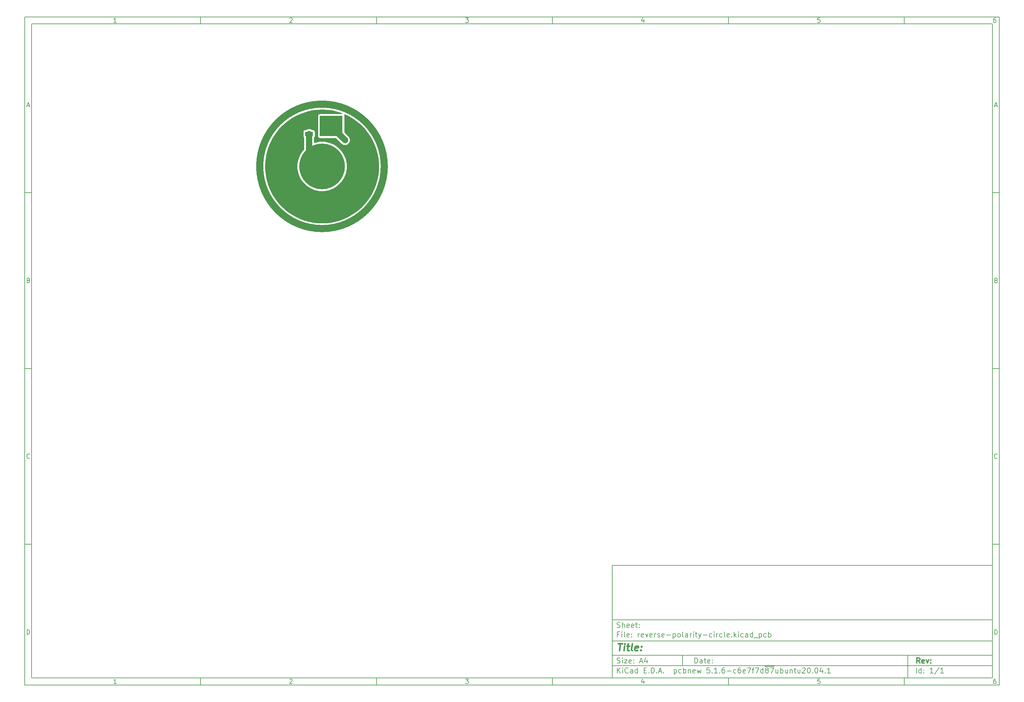
<source format=gbr>
G04 #@! TF.GenerationSoftware,KiCad,Pcbnew,5.1.6-c6e7f7d~87~ubuntu20.04.1*
G04 #@! TF.CreationDate,2020-08-14T09:14:16+02:00*
G04 #@! TF.ProjectId,reverse-polarity-circle,72657665-7273-4652-9d70-6f6c61726974,rev?*
G04 #@! TF.SameCoordinates,Original*
G04 #@! TF.FileFunction,Copper,L1,Top*
G04 #@! TF.FilePolarity,Positive*
%FSLAX46Y46*%
G04 Gerber Fmt 4.6, Leading zero omitted, Abs format (unit mm)*
G04 Created by KiCad (PCBNEW 5.1.6-c6e7f7d~87~ubuntu20.04.1) date 2020-08-14 09:14:16*
%MOMM*%
%LPD*%
G01*
G04 APERTURE LIST*
%ADD10C,0.100000*%
%ADD11C,0.150000*%
%ADD12C,0.300000*%
%ADD13C,0.400000*%
G04 #@! TA.AperFunction,NonConductor*
%ADD14C,2.000000*%
G04 #@! TD*
G04 #@! TA.AperFunction,SMDPad,CuDef*
%ADD15R,2.200000X1.200000*%
G04 #@! TD*
G04 #@! TA.AperFunction,SMDPad,CuDef*
%ADD16R,6.400000X5.800000*%
G04 #@! TD*
G04 #@! TA.AperFunction,SMDPad,CuDef*
%ADD17C,13.000000*%
G04 #@! TD*
G04 #@! TA.AperFunction,ComponentPad*
%ADD18C,7.000000*%
G04 #@! TD*
G04 #@! TA.AperFunction,ViaPad*
%ADD19C,0.800000*%
G04 #@! TD*
G04 #@! TA.AperFunction,Conductor*
%ADD20C,1.800000*%
G04 #@! TD*
G04 #@! TA.AperFunction,Conductor*
%ADD21C,0.254000*%
G04 #@! TD*
G04 APERTURE END LIST*
D10*
D11*
X177002200Y-166007200D02*
X177002200Y-198007200D01*
X285002200Y-198007200D01*
X285002200Y-166007200D01*
X177002200Y-166007200D01*
D10*
D11*
X10000000Y-10000000D02*
X10000000Y-200007200D01*
X287002200Y-200007200D01*
X287002200Y-10000000D01*
X10000000Y-10000000D01*
D10*
D11*
X12000000Y-12000000D02*
X12000000Y-198007200D01*
X285002200Y-198007200D01*
X285002200Y-12000000D01*
X12000000Y-12000000D01*
D10*
D11*
X60000000Y-12000000D02*
X60000000Y-10000000D01*
D10*
D11*
X110000000Y-12000000D02*
X110000000Y-10000000D01*
D10*
D11*
X160000000Y-12000000D02*
X160000000Y-10000000D01*
D10*
D11*
X210000000Y-12000000D02*
X210000000Y-10000000D01*
D10*
D11*
X260000000Y-12000000D02*
X260000000Y-10000000D01*
D10*
D11*
X36065476Y-11588095D02*
X35322619Y-11588095D01*
X35694047Y-11588095D02*
X35694047Y-10288095D01*
X35570238Y-10473809D01*
X35446428Y-10597619D01*
X35322619Y-10659523D01*
D10*
D11*
X85322619Y-10411904D02*
X85384523Y-10350000D01*
X85508333Y-10288095D01*
X85817857Y-10288095D01*
X85941666Y-10350000D01*
X86003571Y-10411904D01*
X86065476Y-10535714D01*
X86065476Y-10659523D01*
X86003571Y-10845238D01*
X85260714Y-11588095D01*
X86065476Y-11588095D01*
D10*
D11*
X135260714Y-10288095D02*
X136065476Y-10288095D01*
X135632142Y-10783333D01*
X135817857Y-10783333D01*
X135941666Y-10845238D01*
X136003571Y-10907142D01*
X136065476Y-11030952D01*
X136065476Y-11340476D01*
X136003571Y-11464285D01*
X135941666Y-11526190D01*
X135817857Y-11588095D01*
X135446428Y-11588095D01*
X135322619Y-11526190D01*
X135260714Y-11464285D01*
D10*
D11*
X185941666Y-10721428D02*
X185941666Y-11588095D01*
X185632142Y-10226190D02*
X185322619Y-11154761D01*
X186127380Y-11154761D01*
D10*
D11*
X236003571Y-10288095D02*
X235384523Y-10288095D01*
X235322619Y-10907142D01*
X235384523Y-10845238D01*
X235508333Y-10783333D01*
X235817857Y-10783333D01*
X235941666Y-10845238D01*
X236003571Y-10907142D01*
X236065476Y-11030952D01*
X236065476Y-11340476D01*
X236003571Y-11464285D01*
X235941666Y-11526190D01*
X235817857Y-11588095D01*
X235508333Y-11588095D01*
X235384523Y-11526190D01*
X235322619Y-11464285D01*
D10*
D11*
X285941666Y-10288095D02*
X285694047Y-10288095D01*
X285570238Y-10350000D01*
X285508333Y-10411904D01*
X285384523Y-10597619D01*
X285322619Y-10845238D01*
X285322619Y-11340476D01*
X285384523Y-11464285D01*
X285446428Y-11526190D01*
X285570238Y-11588095D01*
X285817857Y-11588095D01*
X285941666Y-11526190D01*
X286003571Y-11464285D01*
X286065476Y-11340476D01*
X286065476Y-11030952D01*
X286003571Y-10907142D01*
X285941666Y-10845238D01*
X285817857Y-10783333D01*
X285570238Y-10783333D01*
X285446428Y-10845238D01*
X285384523Y-10907142D01*
X285322619Y-11030952D01*
D10*
D11*
X60000000Y-198007200D02*
X60000000Y-200007200D01*
D10*
D11*
X110000000Y-198007200D02*
X110000000Y-200007200D01*
D10*
D11*
X160000000Y-198007200D02*
X160000000Y-200007200D01*
D10*
D11*
X210000000Y-198007200D02*
X210000000Y-200007200D01*
D10*
D11*
X260000000Y-198007200D02*
X260000000Y-200007200D01*
D10*
D11*
X36065476Y-199595295D02*
X35322619Y-199595295D01*
X35694047Y-199595295D02*
X35694047Y-198295295D01*
X35570238Y-198481009D01*
X35446428Y-198604819D01*
X35322619Y-198666723D01*
D10*
D11*
X85322619Y-198419104D02*
X85384523Y-198357200D01*
X85508333Y-198295295D01*
X85817857Y-198295295D01*
X85941666Y-198357200D01*
X86003571Y-198419104D01*
X86065476Y-198542914D01*
X86065476Y-198666723D01*
X86003571Y-198852438D01*
X85260714Y-199595295D01*
X86065476Y-199595295D01*
D10*
D11*
X135260714Y-198295295D02*
X136065476Y-198295295D01*
X135632142Y-198790533D01*
X135817857Y-198790533D01*
X135941666Y-198852438D01*
X136003571Y-198914342D01*
X136065476Y-199038152D01*
X136065476Y-199347676D01*
X136003571Y-199471485D01*
X135941666Y-199533390D01*
X135817857Y-199595295D01*
X135446428Y-199595295D01*
X135322619Y-199533390D01*
X135260714Y-199471485D01*
D10*
D11*
X185941666Y-198728628D02*
X185941666Y-199595295D01*
X185632142Y-198233390D02*
X185322619Y-199161961D01*
X186127380Y-199161961D01*
D10*
D11*
X236003571Y-198295295D02*
X235384523Y-198295295D01*
X235322619Y-198914342D01*
X235384523Y-198852438D01*
X235508333Y-198790533D01*
X235817857Y-198790533D01*
X235941666Y-198852438D01*
X236003571Y-198914342D01*
X236065476Y-199038152D01*
X236065476Y-199347676D01*
X236003571Y-199471485D01*
X235941666Y-199533390D01*
X235817857Y-199595295D01*
X235508333Y-199595295D01*
X235384523Y-199533390D01*
X235322619Y-199471485D01*
D10*
D11*
X285941666Y-198295295D02*
X285694047Y-198295295D01*
X285570238Y-198357200D01*
X285508333Y-198419104D01*
X285384523Y-198604819D01*
X285322619Y-198852438D01*
X285322619Y-199347676D01*
X285384523Y-199471485D01*
X285446428Y-199533390D01*
X285570238Y-199595295D01*
X285817857Y-199595295D01*
X285941666Y-199533390D01*
X286003571Y-199471485D01*
X286065476Y-199347676D01*
X286065476Y-199038152D01*
X286003571Y-198914342D01*
X285941666Y-198852438D01*
X285817857Y-198790533D01*
X285570238Y-198790533D01*
X285446428Y-198852438D01*
X285384523Y-198914342D01*
X285322619Y-199038152D01*
D10*
D11*
X10000000Y-60000000D02*
X12000000Y-60000000D01*
D10*
D11*
X10000000Y-110000000D02*
X12000000Y-110000000D01*
D10*
D11*
X10000000Y-160000000D02*
X12000000Y-160000000D01*
D10*
D11*
X10690476Y-35216666D02*
X11309523Y-35216666D01*
X10566666Y-35588095D02*
X11000000Y-34288095D01*
X11433333Y-35588095D01*
D10*
D11*
X11092857Y-84907142D02*
X11278571Y-84969047D01*
X11340476Y-85030952D01*
X11402380Y-85154761D01*
X11402380Y-85340476D01*
X11340476Y-85464285D01*
X11278571Y-85526190D01*
X11154761Y-85588095D01*
X10659523Y-85588095D01*
X10659523Y-84288095D01*
X11092857Y-84288095D01*
X11216666Y-84350000D01*
X11278571Y-84411904D01*
X11340476Y-84535714D01*
X11340476Y-84659523D01*
X11278571Y-84783333D01*
X11216666Y-84845238D01*
X11092857Y-84907142D01*
X10659523Y-84907142D01*
D10*
D11*
X11402380Y-135464285D02*
X11340476Y-135526190D01*
X11154761Y-135588095D01*
X11030952Y-135588095D01*
X10845238Y-135526190D01*
X10721428Y-135402380D01*
X10659523Y-135278571D01*
X10597619Y-135030952D01*
X10597619Y-134845238D01*
X10659523Y-134597619D01*
X10721428Y-134473809D01*
X10845238Y-134350000D01*
X11030952Y-134288095D01*
X11154761Y-134288095D01*
X11340476Y-134350000D01*
X11402380Y-134411904D01*
D10*
D11*
X10659523Y-185588095D02*
X10659523Y-184288095D01*
X10969047Y-184288095D01*
X11154761Y-184350000D01*
X11278571Y-184473809D01*
X11340476Y-184597619D01*
X11402380Y-184845238D01*
X11402380Y-185030952D01*
X11340476Y-185278571D01*
X11278571Y-185402380D01*
X11154761Y-185526190D01*
X10969047Y-185588095D01*
X10659523Y-185588095D01*
D10*
D11*
X287002200Y-60000000D02*
X285002200Y-60000000D01*
D10*
D11*
X287002200Y-110000000D02*
X285002200Y-110000000D01*
D10*
D11*
X287002200Y-160000000D02*
X285002200Y-160000000D01*
D10*
D11*
X285692676Y-35216666D02*
X286311723Y-35216666D01*
X285568866Y-35588095D02*
X286002200Y-34288095D01*
X286435533Y-35588095D01*
D10*
D11*
X286095057Y-84907142D02*
X286280771Y-84969047D01*
X286342676Y-85030952D01*
X286404580Y-85154761D01*
X286404580Y-85340476D01*
X286342676Y-85464285D01*
X286280771Y-85526190D01*
X286156961Y-85588095D01*
X285661723Y-85588095D01*
X285661723Y-84288095D01*
X286095057Y-84288095D01*
X286218866Y-84350000D01*
X286280771Y-84411904D01*
X286342676Y-84535714D01*
X286342676Y-84659523D01*
X286280771Y-84783333D01*
X286218866Y-84845238D01*
X286095057Y-84907142D01*
X285661723Y-84907142D01*
D10*
D11*
X286404580Y-135464285D02*
X286342676Y-135526190D01*
X286156961Y-135588095D01*
X286033152Y-135588095D01*
X285847438Y-135526190D01*
X285723628Y-135402380D01*
X285661723Y-135278571D01*
X285599819Y-135030952D01*
X285599819Y-134845238D01*
X285661723Y-134597619D01*
X285723628Y-134473809D01*
X285847438Y-134350000D01*
X286033152Y-134288095D01*
X286156961Y-134288095D01*
X286342676Y-134350000D01*
X286404580Y-134411904D01*
D10*
D11*
X285661723Y-185588095D02*
X285661723Y-184288095D01*
X285971247Y-184288095D01*
X286156961Y-184350000D01*
X286280771Y-184473809D01*
X286342676Y-184597619D01*
X286404580Y-184845238D01*
X286404580Y-185030952D01*
X286342676Y-185278571D01*
X286280771Y-185402380D01*
X286156961Y-185526190D01*
X285971247Y-185588095D01*
X285661723Y-185588095D01*
D10*
D11*
X200434342Y-193785771D02*
X200434342Y-192285771D01*
X200791485Y-192285771D01*
X201005771Y-192357200D01*
X201148628Y-192500057D01*
X201220057Y-192642914D01*
X201291485Y-192928628D01*
X201291485Y-193142914D01*
X201220057Y-193428628D01*
X201148628Y-193571485D01*
X201005771Y-193714342D01*
X200791485Y-193785771D01*
X200434342Y-193785771D01*
X202577200Y-193785771D02*
X202577200Y-193000057D01*
X202505771Y-192857200D01*
X202362914Y-192785771D01*
X202077200Y-192785771D01*
X201934342Y-192857200D01*
X202577200Y-193714342D02*
X202434342Y-193785771D01*
X202077200Y-193785771D01*
X201934342Y-193714342D01*
X201862914Y-193571485D01*
X201862914Y-193428628D01*
X201934342Y-193285771D01*
X202077200Y-193214342D01*
X202434342Y-193214342D01*
X202577200Y-193142914D01*
X203077200Y-192785771D02*
X203648628Y-192785771D01*
X203291485Y-192285771D02*
X203291485Y-193571485D01*
X203362914Y-193714342D01*
X203505771Y-193785771D01*
X203648628Y-193785771D01*
X204720057Y-193714342D02*
X204577200Y-193785771D01*
X204291485Y-193785771D01*
X204148628Y-193714342D01*
X204077200Y-193571485D01*
X204077200Y-193000057D01*
X204148628Y-192857200D01*
X204291485Y-192785771D01*
X204577200Y-192785771D01*
X204720057Y-192857200D01*
X204791485Y-193000057D01*
X204791485Y-193142914D01*
X204077200Y-193285771D01*
X205434342Y-193642914D02*
X205505771Y-193714342D01*
X205434342Y-193785771D01*
X205362914Y-193714342D01*
X205434342Y-193642914D01*
X205434342Y-193785771D01*
X205434342Y-192857200D02*
X205505771Y-192928628D01*
X205434342Y-193000057D01*
X205362914Y-192928628D01*
X205434342Y-192857200D01*
X205434342Y-193000057D01*
D10*
D11*
X177002200Y-194507200D02*
X285002200Y-194507200D01*
D10*
D11*
X178434342Y-196585771D02*
X178434342Y-195085771D01*
X179291485Y-196585771D02*
X178648628Y-195728628D01*
X179291485Y-195085771D02*
X178434342Y-195942914D01*
X179934342Y-196585771D02*
X179934342Y-195585771D01*
X179934342Y-195085771D02*
X179862914Y-195157200D01*
X179934342Y-195228628D01*
X180005771Y-195157200D01*
X179934342Y-195085771D01*
X179934342Y-195228628D01*
X181505771Y-196442914D02*
X181434342Y-196514342D01*
X181220057Y-196585771D01*
X181077200Y-196585771D01*
X180862914Y-196514342D01*
X180720057Y-196371485D01*
X180648628Y-196228628D01*
X180577200Y-195942914D01*
X180577200Y-195728628D01*
X180648628Y-195442914D01*
X180720057Y-195300057D01*
X180862914Y-195157200D01*
X181077200Y-195085771D01*
X181220057Y-195085771D01*
X181434342Y-195157200D01*
X181505771Y-195228628D01*
X182791485Y-196585771D02*
X182791485Y-195800057D01*
X182720057Y-195657200D01*
X182577200Y-195585771D01*
X182291485Y-195585771D01*
X182148628Y-195657200D01*
X182791485Y-196514342D02*
X182648628Y-196585771D01*
X182291485Y-196585771D01*
X182148628Y-196514342D01*
X182077200Y-196371485D01*
X182077200Y-196228628D01*
X182148628Y-196085771D01*
X182291485Y-196014342D01*
X182648628Y-196014342D01*
X182791485Y-195942914D01*
X184148628Y-196585771D02*
X184148628Y-195085771D01*
X184148628Y-196514342D02*
X184005771Y-196585771D01*
X183720057Y-196585771D01*
X183577200Y-196514342D01*
X183505771Y-196442914D01*
X183434342Y-196300057D01*
X183434342Y-195871485D01*
X183505771Y-195728628D01*
X183577200Y-195657200D01*
X183720057Y-195585771D01*
X184005771Y-195585771D01*
X184148628Y-195657200D01*
X186005771Y-195800057D02*
X186505771Y-195800057D01*
X186720057Y-196585771D02*
X186005771Y-196585771D01*
X186005771Y-195085771D01*
X186720057Y-195085771D01*
X187362914Y-196442914D02*
X187434342Y-196514342D01*
X187362914Y-196585771D01*
X187291485Y-196514342D01*
X187362914Y-196442914D01*
X187362914Y-196585771D01*
X188077200Y-196585771D02*
X188077200Y-195085771D01*
X188434342Y-195085771D01*
X188648628Y-195157200D01*
X188791485Y-195300057D01*
X188862914Y-195442914D01*
X188934342Y-195728628D01*
X188934342Y-195942914D01*
X188862914Y-196228628D01*
X188791485Y-196371485D01*
X188648628Y-196514342D01*
X188434342Y-196585771D01*
X188077200Y-196585771D01*
X189577200Y-196442914D02*
X189648628Y-196514342D01*
X189577200Y-196585771D01*
X189505771Y-196514342D01*
X189577200Y-196442914D01*
X189577200Y-196585771D01*
X190220057Y-196157200D02*
X190934342Y-196157200D01*
X190077200Y-196585771D02*
X190577200Y-195085771D01*
X191077200Y-196585771D01*
X191577200Y-196442914D02*
X191648628Y-196514342D01*
X191577200Y-196585771D01*
X191505771Y-196514342D01*
X191577200Y-196442914D01*
X191577200Y-196585771D01*
X194577200Y-195585771D02*
X194577200Y-197085771D01*
X194577200Y-195657200D02*
X194720057Y-195585771D01*
X195005771Y-195585771D01*
X195148628Y-195657200D01*
X195220057Y-195728628D01*
X195291485Y-195871485D01*
X195291485Y-196300057D01*
X195220057Y-196442914D01*
X195148628Y-196514342D01*
X195005771Y-196585771D01*
X194720057Y-196585771D01*
X194577200Y-196514342D01*
X196577200Y-196514342D02*
X196434342Y-196585771D01*
X196148628Y-196585771D01*
X196005771Y-196514342D01*
X195934342Y-196442914D01*
X195862914Y-196300057D01*
X195862914Y-195871485D01*
X195934342Y-195728628D01*
X196005771Y-195657200D01*
X196148628Y-195585771D01*
X196434342Y-195585771D01*
X196577200Y-195657200D01*
X197220057Y-196585771D02*
X197220057Y-195085771D01*
X197220057Y-195657200D02*
X197362914Y-195585771D01*
X197648628Y-195585771D01*
X197791485Y-195657200D01*
X197862914Y-195728628D01*
X197934342Y-195871485D01*
X197934342Y-196300057D01*
X197862914Y-196442914D01*
X197791485Y-196514342D01*
X197648628Y-196585771D01*
X197362914Y-196585771D01*
X197220057Y-196514342D01*
X198577200Y-195585771D02*
X198577200Y-196585771D01*
X198577200Y-195728628D02*
X198648628Y-195657200D01*
X198791485Y-195585771D01*
X199005771Y-195585771D01*
X199148628Y-195657200D01*
X199220057Y-195800057D01*
X199220057Y-196585771D01*
X200505771Y-196514342D02*
X200362914Y-196585771D01*
X200077200Y-196585771D01*
X199934342Y-196514342D01*
X199862914Y-196371485D01*
X199862914Y-195800057D01*
X199934342Y-195657200D01*
X200077200Y-195585771D01*
X200362914Y-195585771D01*
X200505771Y-195657200D01*
X200577200Y-195800057D01*
X200577200Y-195942914D01*
X199862914Y-196085771D01*
X201077200Y-195585771D02*
X201362914Y-196585771D01*
X201648628Y-195871485D01*
X201934342Y-196585771D01*
X202220057Y-195585771D01*
X204648628Y-195085771D02*
X203934342Y-195085771D01*
X203862914Y-195800057D01*
X203934342Y-195728628D01*
X204077200Y-195657200D01*
X204434342Y-195657200D01*
X204577200Y-195728628D01*
X204648628Y-195800057D01*
X204720057Y-195942914D01*
X204720057Y-196300057D01*
X204648628Y-196442914D01*
X204577200Y-196514342D01*
X204434342Y-196585771D01*
X204077200Y-196585771D01*
X203934342Y-196514342D01*
X203862914Y-196442914D01*
X205362914Y-196442914D02*
X205434342Y-196514342D01*
X205362914Y-196585771D01*
X205291485Y-196514342D01*
X205362914Y-196442914D01*
X205362914Y-196585771D01*
X206862914Y-196585771D02*
X206005771Y-196585771D01*
X206434342Y-196585771D02*
X206434342Y-195085771D01*
X206291485Y-195300057D01*
X206148628Y-195442914D01*
X206005771Y-195514342D01*
X207505771Y-196442914D02*
X207577200Y-196514342D01*
X207505771Y-196585771D01*
X207434342Y-196514342D01*
X207505771Y-196442914D01*
X207505771Y-196585771D01*
X208862914Y-195085771D02*
X208577200Y-195085771D01*
X208434342Y-195157200D01*
X208362914Y-195228628D01*
X208220057Y-195442914D01*
X208148628Y-195728628D01*
X208148628Y-196300057D01*
X208220057Y-196442914D01*
X208291485Y-196514342D01*
X208434342Y-196585771D01*
X208720057Y-196585771D01*
X208862914Y-196514342D01*
X208934342Y-196442914D01*
X209005771Y-196300057D01*
X209005771Y-195942914D01*
X208934342Y-195800057D01*
X208862914Y-195728628D01*
X208720057Y-195657200D01*
X208434342Y-195657200D01*
X208291485Y-195728628D01*
X208220057Y-195800057D01*
X208148628Y-195942914D01*
X209648628Y-196014342D02*
X210791485Y-196014342D01*
X212148628Y-196514342D02*
X212005771Y-196585771D01*
X211720057Y-196585771D01*
X211577200Y-196514342D01*
X211505771Y-196442914D01*
X211434342Y-196300057D01*
X211434342Y-195871485D01*
X211505771Y-195728628D01*
X211577200Y-195657200D01*
X211720057Y-195585771D01*
X212005771Y-195585771D01*
X212148628Y-195657200D01*
X213434342Y-195085771D02*
X213148628Y-195085771D01*
X213005771Y-195157200D01*
X212934342Y-195228628D01*
X212791485Y-195442914D01*
X212720057Y-195728628D01*
X212720057Y-196300057D01*
X212791485Y-196442914D01*
X212862914Y-196514342D01*
X213005771Y-196585771D01*
X213291485Y-196585771D01*
X213434342Y-196514342D01*
X213505771Y-196442914D01*
X213577200Y-196300057D01*
X213577200Y-195942914D01*
X213505771Y-195800057D01*
X213434342Y-195728628D01*
X213291485Y-195657200D01*
X213005771Y-195657200D01*
X212862914Y-195728628D01*
X212791485Y-195800057D01*
X212720057Y-195942914D01*
X214791485Y-196514342D02*
X214648628Y-196585771D01*
X214362914Y-196585771D01*
X214220057Y-196514342D01*
X214148628Y-196371485D01*
X214148628Y-195800057D01*
X214220057Y-195657200D01*
X214362914Y-195585771D01*
X214648628Y-195585771D01*
X214791485Y-195657200D01*
X214862914Y-195800057D01*
X214862914Y-195942914D01*
X214148628Y-196085771D01*
X215362914Y-195085771D02*
X216362914Y-195085771D01*
X215720057Y-196585771D01*
X216720057Y-195585771D02*
X217291485Y-195585771D01*
X216934342Y-196585771D02*
X216934342Y-195300057D01*
X217005771Y-195157200D01*
X217148628Y-195085771D01*
X217291485Y-195085771D01*
X217648628Y-195085771D02*
X218648628Y-195085771D01*
X218005771Y-196585771D01*
X219862914Y-196585771D02*
X219862914Y-195085771D01*
X219862914Y-196514342D02*
X219720057Y-196585771D01*
X219434342Y-196585771D01*
X219291485Y-196514342D01*
X219220057Y-196442914D01*
X219148628Y-196300057D01*
X219148628Y-195871485D01*
X219220057Y-195728628D01*
X219291485Y-195657200D01*
X219434342Y-195585771D01*
X219720057Y-195585771D01*
X219862914Y-195657200D01*
X220220057Y-194677200D02*
X221648628Y-194677200D01*
X220791485Y-195728628D02*
X220648628Y-195657200D01*
X220577200Y-195585771D01*
X220505771Y-195442914D01*
X220505771Y-195371485D01*
X220577200Y-195228628D01*
X220648628Y-195157200D01*
X220791485Y-195085771D01*
X221077200Y-195085771D01*
X221220057Y-195157200D01*
X221291485Y-195228628D01*
X221362914Y-195371485D01*
X221362914Y-195442914D01*
X221291485Y-195585771D01*
X221220057Y-195657200D01*
X221077200Y-195728628D01*
X220791485Y-195728628D01*
X220648628Y-195800057D01*
X220577200Y-195871485D01*
X220505771Y-196014342D01*
X220505771Y-196300057D01*
X220577200Y-196442914D01*
X220648628Y-196514342D01*
X220791485Y-196585771D01*
X221077200Y-196585771D01*
X221220057Y-196514342D01*
X221291485Y-196442914D01*
X221362914Y-196300057D01*
X221362914Y-196014342D01*
X221291485Y-195871485D01*
X221220057Y-195800057D01*
X221077200Y-195728628D01*
X221648628Y-194677200D02*
X223077200Y-194677200D01*
X221862914Y-195085771D02*
X222862914Y-195085771D01*
X222220057Y-196585771D01*
X224077200Y-195585771D02*
X224077200Y-196585771D01*
X223434342Y-195585771D02*
X223434342Y-196371485D01*
X223505771Y-196514342D01*
X223648628Y-196585771D01*
X223862914Y-196585771D01*
X224005771Y-196514342D01*
X224077200Y-196442914D01*
X224791485Y-196585771D02*
X224791485Y-195085771D01*
X224791485Y-195657200D02*
X224934342Y-195585771D01*
X225220057Y-195585771D01*
X225362914Y-195657200D01*
X225434342Y-195728628D01*
X225505771Y-195871485D01*
X225505771Y-196300057D01*
X225434342Y-196442914D01*
X225362914Y-196514342D01*
X225220057Y-196585771D01*
X224934342Y-196585771D01*
X224791485Y-196514342D01*
X226791485Y-195585771D02*
X226791485Y-196585771D01*
X226148628Y-195585771D02*
X226148628Y-196371485D01*
X226220057Y-196514342D01*
X226362914Y-196585771D01*
X226577200Y-196585771D01*
X226720057Y-196514342D01*
X226791485Y-196442914D01*
X227505771Y-195585771D02*
X227505771Y-196585771D01*
X227505771Y-195728628D02*
X227577200Y-195657200D01*
X227720057Y-195585771D01*
X227934342Y-195585771D01*
X228077200Y-195657200D01*
X228148628Y-195800057D01*
X228148628Y-196585771D01*
X228648628Y-195585771D02*
X229220057Y-195585771D01*
X228862914Y-195085771D02*
X228862914Y-196371485D01*
X228934342Y-196514342D01*
X229077200Y-196585771D01*
X229220057Y-196585771D01*
X230362914Y-195585771D02*
X230362914Y-196585771D01*
X229720057Y-195585771D02*
X229720057Y-196371485D01*
X229791485Y-196514342D01*
X229934342Y-196585771D01*
X230148628Y-196585771D01*
X230291485Y-196514342D01*
X230362914Y-196442914D01*
X231005771Y-195228628D02*
X231077200Y-195157200D01*
X231220057Y-195085771D01*
X231577200Y-195085771D01*
X231720057Y-195157200D01*
X231791485Y-195228628D01*
X231862914Y-195371485D01*
X231862914Y-195514342D01*
X231791485Y-195728628D01*
X230934342Y-196585771D01*
X231862914Y-196585771D01*
X232791485Y-195085771D02*
X232934342Y-195085771D01*
X233077200Y-195157200D01*
X233148628Y-195228628D01*
X233220057Y-195371485D01*
X233291485Y-195657200D01*
X233291485Y-196014342D01*
X233220057Y-196300057D01*
X233148628Y-196442914D01*
X233077200Y-196514342D01*
X232934342Y-196585771D01*
X232791485Y-196585771D01*
X232648628Y-196514342D01*
X232577200Y-196442914D01*
X232505771Y-196300057D01*
X232434342Y-196014342D01*
X232434342Y-195657200D01*
X232505771Y-195371485D01*
X232577200Y-195228628D01*
X232648628Y-195157200D01*
X232791485Y-195085771D01*
X233934342Y-196442914D02*
X234005771Y-196514342D01*
X233934342Y-196585771D01*
X233862914Y-196514342D01*
X233934342Y-196442914D01*
X233934342Y-196585771D01*
X234934342Y-195085771D02*
X235077200Y-195085771D01*
X235220057Y-195157200D01*
X235291485Y-195228628D01*
X235362914Y-195371485D01*
X235434342Y-195657200D01*
X235434342Y-196014342D01*
X235362914Y-196300057D01*
X235291485Y-196442914D01*
X235220057Y-196514342D01*
X235077200Y-196585771D01*
X234934342Y-196585771D01*
X234791485Y-196514342D01*
X234720057Y-196442914D01*
X234648628Y-196300057D01*
X234577200Y-196014342D01*
X234577200Y-195657200D01*
X234648628Y-195371485D01*
X234720057Y-195228628D01*
X234791485Y-195157200D01*
X234934342Y-195085771D01*
X236720057Y-195585771D02*
X236720057Y-196585771D01*
X236362914Y-195014342D02*
X236005771Y-196085771D01*
X236934342Y-196085771D01*
X237505771Y-196442914D02*
X237577199Y-196514342D01*
X237505771Y-196585771D01*
X237434342Y-196514342D01*
X237505771Y-196442914D01*
X237505771Y-196585771D01*
X239005771Y-196585771D02*
X238148628Y-196585771D01*
X238577200Y-196585771D02*
X238577200Y-195085771D01*
X238434342Y-195300057D01*
X238291485Y-195442914D01*
X238148628Y-195514342D01*
D10*
D11*
X177002200Y-191507200D02*
X285002200Y-191507200D01*
D10*
D12*
X264411485Y-193785771D02*
X263911485Y-193071485D01*
X263554342Y-193785771D02*
X263554342Y-192285771D01*
X264125771Y-192285771D01*
X264268628Y-192357200D01*
X264340057Y-192428628D01*
X264411485Y-192571485D01*
X264411485Y-192785771D01*
X264340057Y-192928628D01*
X264268628Y-193000057D01*
X264125771Y-193071485D01*
X263554342Y-193071485D01*
X265625771Y-193714342D02*
X265482914Y-193785771D01*
X265197200Y-193785771D01*
X265054342Y-193714342D01*
X264982914Y-193571485D01*
X264982914Y-193000057D01*
X265054342Y-192857200D01*
X265197200Y-192785771D01*
X265482914Y-192785771D01*
X265625771Y-192857200D01*
X265697200Y-193000057D01*
X265697200Y-193142914D01*
X264982914Y-193285771D01*
X266197200Y-192785771D02*
X266554342Y-193785771D01*
X266911485Y-192785771D01*
X267482914Y-193642914D02*
X267554342Y-193714342D01*
X267482914Y-193785771D01*
X267411485Y-193714342D01*
X267482914Y-193642914D01*
X267482914Y-193785771D01*
X267482914Y-192857200D02*
X267554342Y-192928628D01*
X267482914Y-193000057D01*
X267411485Y-192928628D01*
X267482914Y-192857200D01*
X267482914Y-193000057D01*
D10*
D11*
X178362914Y-193714342D02*
X178577200Y-193785771D01*
X178934342Y-193785771D01*
X179077200Y-193714342D01*
X179148628Y-193642914D01*
X179220057Y-193500057D01*
X179220057Y-193357200D01*
X179148628Y-193214342D01*
X179077200Y-193142914D01*
X178934342Y-193071485D01*
X178648628Y-193000057D01*
X178505771Y-192928628D01*
X178434342Y-192857200D01*
X178362914Y-192714342D01*
X178362914Y-192571485D01*
X178434342Y-192428628D01*
X178505771Y-192357200D01*
X178648628Y-192285771D01*
X179005771Y-192285771D01*
X179220057Y-192357200D01*
X179862914Y-193785771D02*
X179862914Y-192785771D01*
X179862914Y-192285771D02*
X179791485Y-192357200D01*
X179862914Y-192428628D01*
X179934342Y-192357200D01*
X179862914Y-192285771D01*
X179862914Y-192428628D01*
X180434342Y-192785771D02*
X181220057Y-192785771D01*
X180434342Y-193785771D01*
X181220057Y-193785771D01*
X182362914Y-193714342D02*
X182220057Y-193785771D01*
X181934342Y-193785771D01*
X181791485Y-193714342D01*
X181720057Y-193571485D01*
X181720057Y-193000057D01*
X181791485Y-192857200D01*
X181934342Y-192785771D01*
X182220057Y-192785771D01*
X182362914Y-192857200D01*
X182434342Y-193000057D01*
X182434342Y-193142914D01*
X181720057Y-193285771D01*
X183077200Y-193642914D02*
X183148628Y-193714342D01*
X183077200Y-193785771D01*
X183005771Y-193714342D01*
X183077200Y-193642914D01*
X183077200Y-193785771D01*
X183077200Y-192857200D02*
X183148628Y-192928628D01*
X183077200Y-193000057D01*
X183005771Y-192928628D01*
X183077200Y-192857200D01*
X183077200Y-193000057D01*
X184862914Y-193357200D02*
X185577200Y-193357200D01*
X184720057Y-193785771D02*
X185220057Y-192285771D01*
X185720057Y-193785771D01*
X186862914Y-192785771D02*
X186862914Y-193785771D01*
X186505771Y-192214342D02*
X186148628Y-193285771D01*
X187077200Y-193285771D01*
D10*
D11*
X263434342Y-196585771D02*
X263434342Y-195085771D01*
X264791485Y-196585771D02*
X264791485Y-195085771D01*
X264791485Y-196514342D02*
X264648628Y-196585771D01*
X264362914Y-196585771D01*
X264220057Y-196514342D01*
X264148628Y-196442914D01*
X264077200Y-196300057D01*
X264077200Y-195871485D01*
X264148628Y-195728628D01*
X264220057Y-195657200D01*
X264362914Y-195585771D01*
X264648628Y-195585771D01*
X264791485Y-195657200D01*
X265505771Y-196442914D02*
X265577200Y-196514342D01*
X265505771Y-196585771D01*
X265434342Y-196514342D01*
X265505771Y-196442914D01*
X265505771Y-196585771D01*
X265505771Y-195657200D02*
X265577200Y-195728628D01*
X265505771Y-195800057D01*
X265434342Y-195728628D01*
X265505771Y-195657200D01*
X265505771Y-195800057D01*
X268148628Y-196585771D02*
X267291485Y-196585771D01*
X267720057Y-196585771D02*
X267720057Y-195085771D01*
X267577200Y-195300057D01*
X267434342Y-195442914D01*
X267291485Y-195514342D01*
X269862914Y-195014342D02*
X268577200Y-196942914D01*
X271148628Y-196585771D02*
X270291485Y-196585771D01*
X270720057Y-196585771D02*
X270720057Y-195085771D01*
X270577200Y-195300057D01*
X270434342Y-195442914D01*
X270291485Y-195514342D01*
D10*
D11*
X177002200Y-187507200D02*
X285002200Y-187507200D01*
D10*
D13*
X178714580Y-188211961D02*
X179857438Y-188211961D01*
X179036009Y-190211961D02*
X179286009Y-188211961D01*
X180274104Y-190211961D02*
X180440771Y-188878628D01*
X180524104Y-188211961D02*
X180416961Y-188307200D01*
X180500295Y-188402438D01*
X180607438Y-188307200D01*
X180524104Y-188211961D01*
X180500295Y-188402438D01*
X181107438Y-188878628D02*
X181869342Y-188878628D01*
X181476485Y-188211961D02*
X181262200Y-189926247D01*
X181333628Y-190116723D01*
X181512200Y-190211961D01*
X181702676Y-190211961D01*
X182655057Y-190211961D02*
X182476485Y-190116723D01*
X182405057Y-189926247D01*
X182619342Y-188211961D01*
X184190771Y-190116723D02*
X183988390Y-190211961D01*
X183607438Y-190211961D01*
X183428866Y-190116723D01*
X183357438Y-189926247D01*
X183452676Y-189164342D01*
X183571723Y-188973866D01*
X183774104Y-188878628D01*
X184155057Y-188878628D01*
X184333628Y-188973866D01*
X184405057Y-189164342D01*
X184381247Y-189354819D01*
X183405057Y-189545295D01*
X185155057Y-190021485D02*
X185238390Y-190116723D01*
X185131247Y-190211961D01*
X185047914Y-190116723D01*
X185155057Y-190021485D01*
X185131247Y-190211961D01*
X185286009Y-188973866D02*
X185369342Y-189069104D01*
X185262200Y-189164342D01*
X185178866Y-189069104D01*
X185286009Y-188973866D01*
X185262200Y-189164342D01*
D10*
D11*
X178934342Y-185600057D02*
X178434342Y-185600057D01*
X178434342Y-186385771D02*
X178434342Y-184885771D01*
X179148628Y-184885771D01*
X179720057Y-186385771D02*
X179720057Y-185385771D01*
X179720057Y-184885771D02*
X179648628Y-184957200D01*
X179720057Y-185028628D01*
X179791485Y-184957200D01*
X179720057Y-184885771D01*
X179720057Y-185028628D01*
X180648628Y-186385771D02*
X180505771Y-186314342D01*
X180434342Y-186171485D01*
X180434342Y-184885771D01*
X181791485Y-186314342D02*
X181648628Y-186385771D01*
X181362914Y-186385771D01*
X181220057Y-186314342D01*
X181148628Y-186171485D01*
X181148628Y-185600057D01*
X181220057Y-185457200D01*
X181362914Y-185385771D01*
X181648628Y-185385771D01*
X181791485Y-185457200D01*
X181862914Y-185600057D01*
X181862914Y-185742914D01*
X181148628Y-185885771D01*
X182505771Y-186242914D02*
X182577200Y-186314342D01*
X182505771Y-186385771D01*
X182434342Y-186314342D01*
X182505771Y-186242914D01*
X182505771Y-186385771D01*
X182505771Y-185457200D02*
X182577200Y-185528628D01*
X182505771Y-185600057D01*
X182434342Y-185528628D01*
X182505771Y-185457200D01*
X182505771Y-185600057D01*
X184362914Y-186385771D02*
X184362914Y-185385771D01*
X184362914Y-185671485D02*
X184434342Y-185528628D01*
X184505771Y-185457200D01*
X184648628Y-185385771D01*
X184791485Y-185385771D01*
X185862914Y-186314342D02*
X185720057Y-186385771D01*
X185434342Y-186385771D01*
X185291485Y-186314342D01*
X185220057Y-186171485D01*
X185220057Y-185600057D01*
X185291485Y-185457200D01*
X185434342Y-185385771D01*
X185720057Y-185385771D01*
X185862914Y-185457200D01*
X185934342Y-185600057D01*
X185934342Y-185742914D01*
X185220057Y-185885771D01*
X186434342Y-185385771D02*
X186791485Y-186385771D01*
X187148628Y-185385771D01*
X188291485Y-186314342D02*
X188148628Y-186385771D01*
X187862914Y-186385771D01*
X187720057Y-186314342D01*
X187648628Y-186171485D01*
X187648628Y-185600057D01*
X187720057Y-185457200D01*
X187862914Y-185385771D01*
X188148628Y-185385771D01*
X188291485Y-185457200D01*
X188362914Y-185600057D01*
X188362914Y-185742914D01*
X187648628Y-185885771D01*
X189005771Y-186385771D02*
X189005771Y-185385771D01*
X189005771Y-185671485D02*
X189077200Y-185528628D01*
X189148628Y-185457200D01*
X189291485Y-185385771D01*
X189434342Y-185385771D01*
X189862914Y-186314342D02*
X190005771Y-186385771D01*
X190291485Y-186385771D01*
X190434342Y-186314342D01*
X190505771Y-186171485D01*
X190505771Y-186100057D01*
X190434342Y-185957200D01*
X190291485Y-185885771D01*
X190077200Y-185885771D01*
X189934342Y-185814342D01*
X189862914Y-185671485D01*
X189862914Y-185600057D01*
X189934342Y-185457200D01*
X190077200Y-185385771D01*
X190291485Y-185385771D01*
X190434342Y-185457200D01*
X191720057Y-186314342D02*
X191577200Y-186385771D01*
X191291485Y-186385771D01*
X191148628Y-186314342D01*
X191077200Y-186171485D01*
X191077200Y-185600057D01*
X191148628Y-185457200D01*
X191291485Y-185385771D01*
X191577200Y-185385771D01*
X191720057Y-185457200D01*
X191791485Y-185600057D01*
X191791485Y-185742914D01*
X191077200Y-185885771D01*
X192434342Y-185814342D02*
X193577200Y-185814342D01*
X194291485Y-185385771D02*
X194291485Y-186885771D01*
X194291485Y-185457200D02*
X194434342Y-185385771D01*
X194720057Y-185385771D01*
X194862914Y-185457200D01*
X194934342Y-185528628D01*
X195005771Y-185671485D01*
X195005771Y-186100057D01*
X194934342Y-186242914D01*
X194862914Y-186314342D01*
X194720057Y-186385771D01*
X194434342Y-186385771D01*
X194291485Y-186314342D01*
X195862914Y-186385771D02*
X195720057Y-186314342D01*
X195648628Y-186242914D01*
X195577200Y-186100057D01*
X195577200Y-185671485D01*
X195648628Y-185528628D01*
X195720057Y-185457200D01*
X195862914Y-185385771D01*
X196077200Y-185385771D01*
X196220057Y-185457200D01*
X196291485Y-185528628D01*
X196362914Y-185671485D01*
X196362914Y-186100057D01*
X196291485Y-186242914D01*
X196220057Y-186314342D01*
X196077200Y-186385771D01*
X195862914Y-186385771D01*
X197220057Y-186385771D02*
X197077200Y-186314342D01*
X197005771Y-186171485D01*
X197005771Y-184885771D01*
X198434342Y-186385771D02*
X198434342Y-185600057D01*
X198362914Y-185457200D01*
X198220057Y-185385771D01*
X197934342Y-185385771D01*
X197791485Y-185457200D01*
X198434342Y-186314342D02*
X198291485Y-186385771D01*
X197934342Y-186385771D01*
X197791485Y-186314342D01*
X197720057Y-186171485D01*
X197720057Y-186028628D01*
X197791485Y-185885771D01*
X197934342Y-185814342D01*
X198291485Y-185814342D01*
X198434342Y-185742914D01*
X199148628Y-186385771D02*
X199148628Y-185385771D01*
X199148628Y-185671485D02*
X199220057Y-185528628D01*
X199291485Y-185457200D01*
X199434342Y-185385771D01*
X199577200Y-185385771D01*
X200077200Y-186385771D02*
X200077200Y-185385771D01*
X200077200Y-184885771D02*
X200005771Y-184957200D01*
X200077200Y-185028628D01*
X200148628Y-184957200D01*
X200077200Y-184885771D01*
X200077200Y-185028628D01*
X200577200Y-185385771D02*
X201148628Y-185385771D01*
X200791485Y-184885771D02*
X200791485Y-186171485D01*
X200862914Y-186314342D01*
X201005771Y-186385771D01*
X201148628Y-186385771D01*
X201505771Y-185385771D02*
X201862914Y-186385771D01*
X202220057Y-185385771D02*
X201862914Y-186385771D01*
X201720057Y-186742914D01*
X201648628Y-186814342D01*
X201505771Y-186885771D01*
X202791485Y-185814342D02*
X203934342Y-185814342D01*
X205291485Y-186314342D02*
X205148628Y-186385771D01*
X204862914Y-186385771D01*
X204720057Y-186314342D01*
X204648628Y-186242914D01*
X204577200Y-186100057D01*
X204577200Y-185671485D01*
X204648628Y-185528628D01*
X204720057Y-185457200D01*
X204862914Y-185385771D01*
X205148628Y-185385771D01*
X205291485Y-185457200D01*
X205934342Y-186385771D02*
X205934342Y-185385771D01*
X205934342Y-184885771D02*
X205862914Y-184957200D01*
X205934342Y-185028628D01*
X206005771Y-184957200D01*
X205934342Y-184885771D01*
X205934342Y-185028628D01*
X206648628Y-186385771D02*
X206648628Y-185385771D01*
X206648628Y-185671485D02*
X206720057Y-185528628D01*
X206791485Y-185457200D01*
X206934342Y-185385771D01*
X207077200Y-185385771D01*
X208220057Y-186314342D02*
X208077200Y-186385771D01*
X207791485Y-186385771D01*
X207648628Y-186314342D01*
X207577200Y-186242914D01*
X207505771Y-186100057D01*
X207505771Y-185671485D01*
X207577200Y-185528628D01*
X207648628Y-185457200D01*
X207791485Y-185385771D01*
X208077200Y-185385771D01*
X208220057Y-185457200D01*
X209077200Y-186385771D02*
X208934342Y-186314342D01*
X208862914Y-186171485D01*
X208862914Y-184885771D01*
X210220057Y-186314342D02*
X210077200Y-186385771D01*
X209791485Y-186385771D01*
X209648628Y-186314342D01*
X209577200Y-186171485D01*
X209577200Y-185600057D01*
X209648628Y-185457200D01*
X209791485Y-185385771D01*
X210077200Y-185385771D01*
X210220057Y-185457200D01*
X210291485Y-185600057D01*
X210291485Y-185742914D01*
X209577200Y-185885771D01*
X210934342Y-186242914D02*
X211005771Y-186314342D01*
X210934342Y-186385771D01*
X210862914Y-186314342D01*
X210934342Y-186242914D01*
X210934342Y-186385771D01*
X211648628Y-186385771D02*
X211648628Y-184885771D01*
X211791485Y-185814342D02*
X212220057Y-186385771D01*
X212220057Y-185385771D02*
X211648628Y-185957200D01*
X212862914Y-186385771D02*
X212862914Y-185385771D01*
X212862914Y-184885771D02*
X212791485Y-184957200D01*
X212862914Y-185028628D01*
X212934342Y-184957200D01*
X212862914Y-184885771D01*
X212862914Y-185028628D01*
X214220057Y-186314342D02*
X214077200Y-186385771D01*
X213791485Y-186385771D01*
X213648628Y-186314342D01*
X213577200Y-186242914D01*
X213505771Y-186100057D01*
X213505771Y-185671485D01*
X213577200Y-185528628D01*
X213648628Y-185457200D01*
X213791485Y-185385771D01*
X214077200Y-185385771D01*
X214220057Y-185457200D01*
X215505771Y-186385771D02*
X215505771Y-185600057D01*
X215434342Y-185457200D01*
X215291485Y-185385771D01*
X215005771Y-185385771D01*
X214862914Y-185457200D01*
X215505771Y-186314342D02*
X215362914Y-186385771D01*
X215005771Y-186385771D01*
X214862914Y-186314342D01*
X214791485Y-186171485D01*
X214791485Y-186028628D01*
X214862914Y-185885771D01*
X215005771Y-185814342D01*
X215362914Y-185814342D01*
X215505771Y-185742914D01*
X216862914Y-186385771D02*
X216862914Y-184885771D01*
X216862914Y-186314342D02*
X216720057Y-186385771D01*
X216434342Y-186385771D01*
X216291485Y-186314342D01*
X216220057Y-186242914D01*
X216148628Y-186100057D01*
X216148628Y-185671485D01*
X216220057Y-185528628D01*
X216291485Y-185457200D01*
X216434342Y-185385771D01*
X216720057Y-185385771D01*
X216862914Y-185457200D01*
X217220057Y-186528628D02*
X218362914Y-186528628D01*
X218720057Y-185385771D02*
X218720057Y-186885771D01*
X218720057Y-185457200D02*
X218862914Y-185385771D01*
X219148628Y-185385771D01*
X219291485Y-185457200D01*
X219362914Y-185528628D01*
X219434342Y-185671485D01*
X219434342Y-186100057D01*
X219362914Y-186242914D01*
X219291485Y-186314342D01*
X219148628Y-186385771D01*
X218862914Y-186385771D01*
X218720057Y-186314342D01*
X220720057Y-186314342D02*
X220577200Y-186385771D01*
X220291485Y-186385771D01*
X220148628Y-186314342D01*
X220077200Y-186242914D01*
X220005771Y-186100057D01*
X220005771Y-185671485D01*
X220077200Y-185528628D01*
X220148628Y-185457200D01*
X220291485Y-185385771D01*
X220577200Y-185385771D01*
X220720057Y-185457200D01*
X221362914Y-186385771D02*
X221362914Y-184885771D01*
X221362914Y-185457200D02*
X221505771Y-185385771D01*
X221791485Y-185385771D01*
X221934342Y-185457200D01*
X222005771Y-185528628D01*
X222077200Y-185671485D01*
X222077200Y-186100057D01*
X222005771Y-186242914D01*
X221934342Y-186314342D01*
X221791485Y-186385771D01*
X221505771Y-186385771D01*
X221362914Y-186314342D01*
D10*
D11*
X177002200Y-181507200D02*
X285002200Y-181507200D01*
D10*
D11*
X178362914Y-183614342D02*
X178577200Y-183685771D01*
X178934342Y-183685771D01*
X179077200Y-183614342D01*
X179148628Y-183542914D01*
X179220057Y-183400057D01*
X179220057Y-183257200D01*
X179148628Y-183114342D01*
X179077200Y-183042914D01*
X178934342Y-182971485D01*
X178648628Y-182900057D01*
X178505771Y-182828628D01*
X178434342Y-182757200D01*
X178362914Y-182614342D01*
X178362914Y-182471485D01*
X178434342Y-182328628D01*
X178505771Y-182257200D01*
X178648628Y-182185771D01*
X179005771Y-182185771D01*
X179220057Y-182257200D01*
X179862914Y-183685771D02*
X179862914Y-182185771D01*
X180505771Y-183685771D02*
X180505771Y-182900057D01*
X180434342Y-182757200D01*
X180291485Y-182685771D01*
X180077200Y-182685771D01*
X179934342Y-182757200D01*
X179862914Y-182828628D01*
X181791485Y-183614342D02*
X181648628Y-183685771D01*
X181362914Y-183685771D01*
X181220057Y-183614342D01*
X181148628Y-183471485D01*
X181148628Y-182900057D01*
X181220057Y-182757200D01*
X181362914Y-182685771D01*
X181648628Y-182685771D01*
X181791485Y-182757200D01*
X181862914Y-182900057D01*
X181862914Y-183042914D01*
X181148628Y-183185771D01*
X183077200Y-183614342D02*
X182934342Y-183685771D01*
X182648628Y-183685771D01*
X182505771Y-183614342D01*
X182434342Y-183471485D01*
X182434342Y-182900057D01*
X182505771Y-182757200D01*
X182648628Y-182685771D01*
X182934342Y-182685771D01*
X183077200Y-182757200D01*
X183148628Y-182900057D01*
X183148628Y-183042914D01*
X182434342Y-183185771D01*
X183577200Y-182685771D02*
X184148628Y-182685771D01*
X183791485Y-182185771D02*
X183791485Y-183471485D01*
X183862914Y-183614342D01*
X184005771Y-183685771D01*
X184148628Y-183685771D01*
X184648628Y-183542914D02*
X184720057Y-183614342D01*
X184648628Y-183685771D01*
X184577200Y-183614342D01*
X184648628Y-183542914D01*
X184648628Y-183685771D01*
X184648628Y-182757200D02*
X184720057Y-182828628D01*
X184648628Y-182900057D01*
X184577200Y-182828628D01*
X184648628Y-182757200D01*
X184648628Y-182900057D01*
D10*
D11*
X197002200Y-191507200D02*
X197002200Y-194507200D01*
D10*
D11*
X261002200Y-191507200D02*
X261002200Y-198007200D01*
D14*
X112200000Y-52500000D02*
G75*
G03*
X112200000Y-52500000I-17700000J0D01*
G01*
D15*
X90800000Y-38720000D03*
X90800000Y-43280000D03*
D16*
X97100000Y-41000000D03*
D17*
X94500000Y-52500000D03*
D18*
X83000000Y-52500000D03*
D19*
X111500000Y-53000000D03*
X77500000Y-53000000D03*
X94500000Y-35500000D03*
X94500000Y-69500000D03*
X101000000Y-45000000D03*
D20*
X94500000Y-52500000D02*
X90500000Y-48500000D01*
X90800000Y-48800000D02*
X94500000Y-52500000D01*
X90800000Y-43280000D02*
X90800000Y-48800000D01*
X83000000Y-46520000D02*
X83000000Y-52500000D01*
X90800000Y-38720000D02*
X83000000Y-46520000D01*
X97100000Y-41000000D02*
X97100000Y-41100000D01*
X97100000Y-41100000D02*
X101000000Y-45000000D01*
D21*
G36*
X96027075Y-36507744D02*
G01*
X97540321Y-36725315D01*
X99026034Y-37085745D01*
X100112942Y-37461928D01*
X93900000Y-37461928D01*
X93775518Y-37474188D01*
X93655820Y-37510498D01*
X93545506Y-37569463D01*
X93448815Y-37648815D01*
X93369463Y-37745506D01*
X93310498Y-37855820D01*
X93274188Y-37975518D01*
X93261928Y-38100000D01*
X93261928Y-43900000D01*
X93274188Y-44024482D01*
X93310498Y-44144180D01*
X93369463Y-44254494D01*
X93448815Y-44351185D01*
X93545506Y-44430537D01*
X93655820Y-44489502D01*
X93775518Y-44525812D01*
X93900000Y-44538072D01*
X98367254Y-44538072D01*
X99967912Y-46138730D01*
X100143073Y-46282481D01*
X100409738Y-46425016D01*
X100699087Y-46512789D01*
X101000000Y-46542427D01*
X101300912Y-46512789D01*
X101590261Y-46425016D01*
X101856926Y-46282481D01*
X102090660Y-46090660D01*
X102282481Y-45856926D01*
X102425016Y-45590261D01*
X102512789Y-45300912D01*
X102542427Y-45000000D01*
X102512789Y-44699087D01*
X102425016Y-44409738D01*
X102282481Y-44143073D01*
X102138730Y-43967912D01*
X100938072Y-42767254D01*
X100938072Y-38100000D01*
X100925812Y-37975518D01*
X100889502Y-37855820D01*
X100833768Y-37751551D01*
X101861409Y-38220859D01*
X103185395Y-38985262D01*
X104430724Y-39872057D01*
X105586119Y-40873213D01*
X106641117Y-41979662D01*
X107586163Y-43181386D01*
X108412698Y-44467500D01*
X109113238Y-45826358D01*
X109681438Y-47245653D01*
X110112153Y-48712533D01*
X110401481Y-50213712D01*
X110546804Y-51735597D01*
X110546804Y-53264403D01*
X110401481Y-54786288D01*
X110112153Y-56287467D01*
X109681438Y-57754347D01*
X109113238Y-59173642D01*
X108412698Y-60532500D01*
X107586163Y-61818614D01*
X106641117Y-63020338D01*
X105586119Y-64126787D01*
X104430724Y-65127943D01*
X103185395Y-66014738D01*
X101861409Y-66779141D01*
X100470757Y-67414231D01*
X99026034Y-67914255D01*
X97540321Y-68274685D01*
X96027075Y-68492256D01*
X94500000Y-68565000D01*
X92972925Y-68492256D01*
X91459679Y-68274685D01*
X89973966Y-67914255D01*
X88529243Y-67414231D01*
X87138591Y-66779141D01*
X85814605Y-66014738D01*
X84569276Y-65127943D01*
X83413881Y-64126787D01*
X82358883Y-63020338D01*
X81413837Y-61818614D01*
X80587302Y-60532500D01*
X79886762Y-59173642D01*
X79318562Y-57754347D01*
X78887847Y-56287467D01*
X78598519Y-54786288D01*
X78453196Y-53264403D01*
X78453196Y-51797264D01*
X87365000Y-51797264D01*
X87365000Y-53202736D01*
X87639194Y-54581203D01*
X88177045Y-55879690D01*
X88957884Y-57048297D01*
X89951703Y-58042116D01*
X91120310Y-58822955D01*
X92418797Y-59360806D01*
X93797264Y-59635000D01*
X95202736Y-59635000D01*
X96581203Y-59360806D01*
X97879690Y-58822955D01*
X99048297Y-58042116D01*
X100042116Y-57048297D01*
X100822955Y-55879690D01*
X101360806Y-54581203D01*
X101635000Y-53202736D01*
X101635000Y-51797264D01*
X101360806Y-50418797D01*
X100822955Y-49120310D01*
X100042116Y-47951703D01*
X99048297Y-46957884D01*
X97879690Y-46177045D01*
X96581203Y-45639194D01*
X95202736Y-45365000D01*
X93797264Y-45365000D01*
X92418797Y-45639194D01*
X92335000Y-45673904D01*
X92335000Y-44344468D01*
X92351185Y-44331185D01*
X92430537Y-44234494D01*
X92489502Y-44124180D01*
X92525812Y-44004482D01*
X92538072Y-43880000D01*
X92538072Y-42680000D01*
X92525812Y-42555518D01*
X92489502Y-42435820D01*
X92430537Y-42325506D01*
X92351185Y-42228815D01*
X92254494Y-42149463D01*
X92144180Y-42090498D01*
X92024482Y-42054188D01*
X91900000Y-42041928D01*
X91711039Y-42041928D01*
X91656926Y-41997519D01*
X91390260Y-41854983D01*
X91100912Y-41767210D01*
X90800000Y-41737573D01*
X90499087Y-41767210D01*
X90209739Y-41854983D01*
X89943073Y-41997519D01*
X89888960Y-42041928D01*
X89700000Y-42041928D01*
X89575518Y-42054188D01*
X89455820Y-42090498D01*
X89345506Y-42149463D01*
X89248815Y-42228815D01*
X89169463Y-42325506D01*
X89110498Y-42435820D01*
X89074188Y-42555518D01*
X89061928Y-42680000D01*
X89061928Y-43880000D01*
X89074188Y-44004482D01*
X89110498Y-44124180D01*
X89169463Y-44234494D01*
X89248815Y-44331185D01*
X89265000Y-44344468D01*
X89265001Y-47585217D01*
X89217519Y-47643074D01*
X89161261Y-47748326D01*
X88957884Y-47951703D01*
X88177045Y-49120310D01*
X87639194Y-50418797D01*
X87365000Y-51797264D01*
X78453196Y-51797264D01*
X78453196Y-51735597D01*
X78598519Y-50213712D01*
X78887847Y-48712533D01*
X79318562Y-47245653D01*
X79886762Y-45826358D01*
X80587302Y-44467500D01*
X81413837Y-43181386D01*
X82358883Y-41979662D01*
X83413881Y-40873213D01*
X84569276Y-39872057D01*
X85814605Y-38985262D01*
X87138591Y-38220859D01*
X88529243Y-37585769D01*
X89973966Y-37085745D01*
X91459679Y-36725315D01*
X92972925Y-36507744D01*
X94500000Y-36435000D01*
X96027075Y-36507744D01*
G37*
X96027075Y-36507744D02*
X97540321Y-36725315D01*
X99026034Y-37085745D01*
X100112942Y-37461928D01*
X93900000Y-37461928D01*
X93775518Y-37474188D01*
X93655820Y-37510498D01*
X93545506Y-37569463D01*
X93448815Y-37648815D01*
X93369463Y-37745506D01*
X93310498Y-37855820D01*
X93274188Y-37975518D01*
X93261928Y-38100000D01*
X93261928Y-43900000D01*
X93274188Y-44024482D01*
X93310498Y-44144180D01*
X93369463Y-44254494D01*
X93448815Y-44351185D01*
X93545506Y-44430537D01*
X93655820Y-44489502D01*
X93775518Y-44525812D01*
X93900000Y-44538072D01*
X98367254Y-44538072D01*
X99967912Y-46138730D01*
X100143073Y-46282481D01*
X100409738Y-46425016D01*
X100699087Y-46512789D01*
X101000000Y-46542427D01*
X101300912Y-46512789D01*
X101590261Y-46425016D01*
X101856926Y-46282481D01*
X102090660Y-46090660D01*
X102282481Y-45856926D01*
X102425016Y-45590261D01*
X102512789Y-45300912D01*
X102542427Y-45000000D01*
X102512789Y-44699087D01*
X102425016Y-44409738D01*
X102282481Y-44143073D01*
X102138730Y-43967912D01*
X100938072Y-42767254D01*
X100938072Y-38100000D01*
X100925812Y-37975518D01*
X100889502Y-37855820D01*
X100833768Y-37751551D01*
X101861409Y-38220859D01*
X103185395Y-38985262D01*
X104430724Y-39872057D01*
X105586119Y-40873213D01*
X106641117Y-41979662D01*
X107586163Y-43181386D01*
X108412698Y-44467500D01*
X109113238Y-45826358D01*
X109681438Y-47245653D01*
X110112153Y-48712533D01*
X110401481Y-50213712D01*
X110546804Y-51735597D01*
X110546804Y-53264403D01*
X110401481Y-54786288D01*
X110112153Y-56287467D01*
X109681438Y-57754347D01*
X109113238Y-59173642D01*
X108412698Y-60532500D01*
X107586163Y-61818614D01*
X106641117Y-63020338D01*
X105586119Y-64126787D01*
X104430724Y-65127943D01*
X103185395Y-66014738D01*
X101861409Y-66779141D01*
X100470757Y-67414231D01*
X99026034Y-67914255D01*
X97540321Y-68274685D01*
X96027075Y-68492256D01*
X94500000Y-68565000D01*
X92972925Y-68492256D01*
X91459679Y-68274685D01*
X89973966Y-67914255D01*
X88529243Y-67414231D01*
X87138591Y-66779141D01*
X85814605Y-66014738D01*
X84569276Y-65127943D01*
X83413881Y-64126787D01*
X82358883Y-63020338D01*
X81413837Y-61818614D01*
X80587302Y-60532500D01*
X79886762Y-59173642D01*
X79318562Y-57754347D01*
X78887847Y-56287467D01*
X78598519Y-54786288D01*
X78453196Y-53264403D01*
X78453196Y-51797264D01*
X87365000Y-51797264D01*
X87365000Y-53202736D01*
X87639194Y-54581203D01*
X88177045Y-55879690D01*
X88957884Y-57048297D01*
X89951703Y-58042116D01*
X91120310Y-58822955D01*
X92418797Y-59360806D01*
X93797264Y-59635000D01*
X95202736Y-59635000D01*
X96581203Y-59360806D01*
X97879690Y-58822955D01*
X99048297Y-58042116D01*
X100042116Y-57048297D01*
X100822955Y-55879690D01*
X101360806Y-54581203D01*
X101635000Y-53202736D01*
X101635000Y-51797264D01*
X101360806Y-50418797D01*
X100822955Y-49120310D01*
X100042116Y-47951703D01*
X99048297Y-46957884D01*
X97879690Y-46177045D01*
X96581203Y-45639194D01*
X95202736Y-45365000D01*
X93797264Y-45365000D01*
X92418797Y-45639194D01*
X92335000Y-45673904D01*
X92335000Y-44344468D01*
X92351185Y-44331185D01*
X92430537Y-44234494D01*
X92489502Y-44124180D01*
X92525812Y-44004482D01*
X92538072Y-43880000D01*
X92538072Y-42680000D01*
X92525812Y-42555518D01*
X92489502Y-42435820D01*
X92430537Y-42325506D01*
X92351185Y-42228815D01*
X92254494Y-42149463D01*
X92144180Y-42090498D01*
X92024482Y-42054188D01*
X91900000Y-42041928D01*
X91711039Y-42041928D01*
X91656926Y-41997519D01*
X91390260Y-41854983D01*
X91100912Y-41767210D01*
X90800000Y-41737573D01*
X90499087Y-41767210D01*
X90209739Y-41854983D01*
X89943073Y-41997519D01*
X89888960Y-42041928D01*
X89700000Y-42041928D01*
X89575518Y-42054188D01*
X89455820Y-42090498D01*
X89345506Y-42149463D01*
X89248815Y-42228815D01*
X89169463Y-42325506D01*
X89110498Y-42435820D01*
X89074188Y-42555518D01*
X89061928Y-42680000D01*
X89061928Y-43880000D01*
X89074188Y-44004482D01*
X89110498Y-44124180D01*
X89169463Y-44234494D01*
X89248815Y-44331185D01*
X89265000Y-44344468D01*
X89265001Y-47585217D01*
X89217519Y-47643074D01*
X89161261Y-47748326D01*
X88957884Y-47951703D01*
X88177045Y-49120310D01*
X87639194Y-50418797D01*
X87365000Y-51797264D01*
X78453196Y-51797264D01*
X78453196Y-51735597D01*
X78598519Y-50213712D01*
X78887847Y-48712533D01*
X79318562Y-47245653D01*
X79886762Y-45826358D01*
X80587302Y-44467500D01*
X81413837Y-43181386D01*
X82358883Y-41979662D01*
X83413881Y-40873213D01*
X84569276Y-39872057D01*
X85814605Y-38985262D01*
X87138591Y-38220859D01*
X88529243Y-37585769D01*
X89973966Y-37085745D01*
X91459679Y-36725315D01*
X92972925Y-36507744D01*
X94500000Y-36435000D01*
X96027075Y-36507744D01*
M02*

</source>
